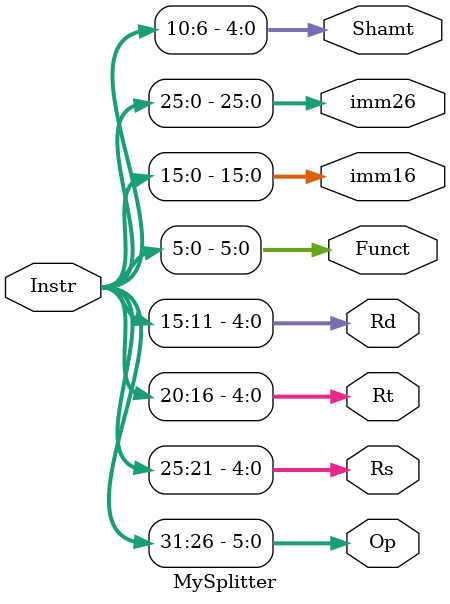
<source format=v>
`timescale 1ns / 1ps
module MySplitter(
    input [31:0] Instr,         /*  输入信号    */
    output [5:0] Op,            /*  输出信号    */
    output [4:0] Rs,
    output [4:0] Rt,
    output [4:0] Rd,
    output [5:0] Funct,
    output [15:0] imm16,
    output [25:0] imm26,
    output [4:0] Shamt
    );

    assign Op = Instr[31:26];
    assign Rs = Instr[25:21];
    assign Rt = Instr[20:16];
    assign Rd = Instr[15:11];
    assign Shamt = Instr[10:6];
    assign Funct = Instr[5:0];
    assign imm16 = Instr[15:0];
    assign imm26 = Instr[25:0];


endmodule

</source>
